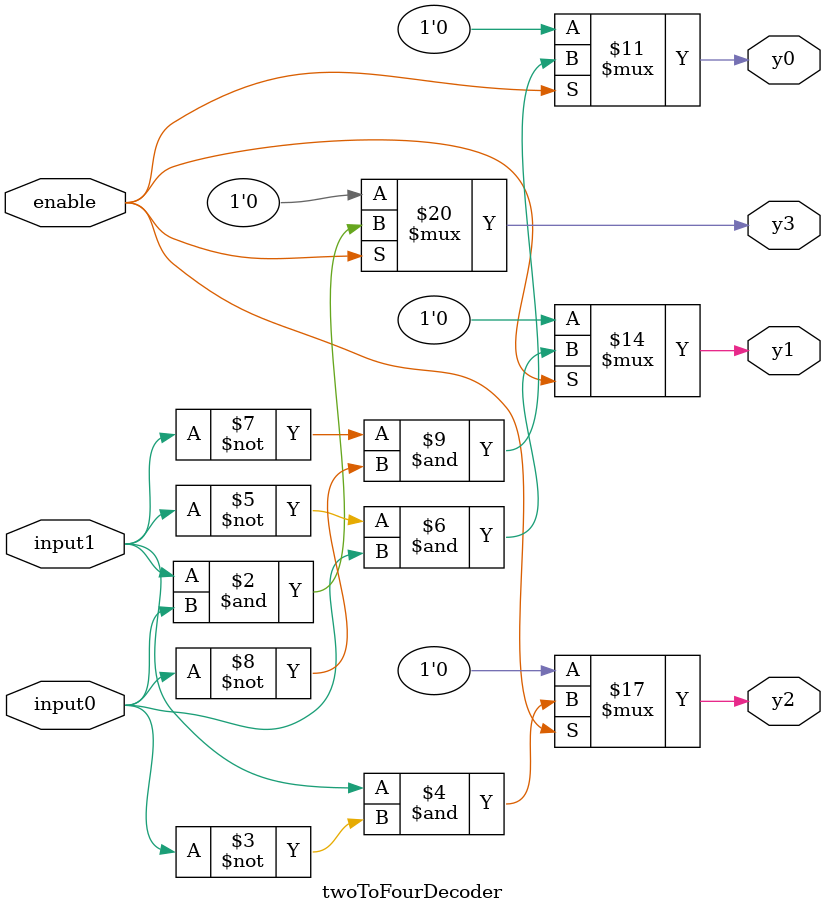
<source format=sv>
`timescale 1ns / 1ps


module twoToFourDecoder(
    input logic enable, input1, input0,
    output logic y3, y2, y1, y0
    );
    
   always_comb
   if (enable)
      begin
      y3 = input1 & input0;
      y2 = input1 & ~input0;
      y1 = ~input1 & input0;
      y0 = ~input1 & ~input0;
      end
   else 
      begin
      y3 = 1'b0;
      y2 = 1'b0;
      y1 = 1'b0;
      y0 = 1'b0;
      end  
endmodule

</source>
